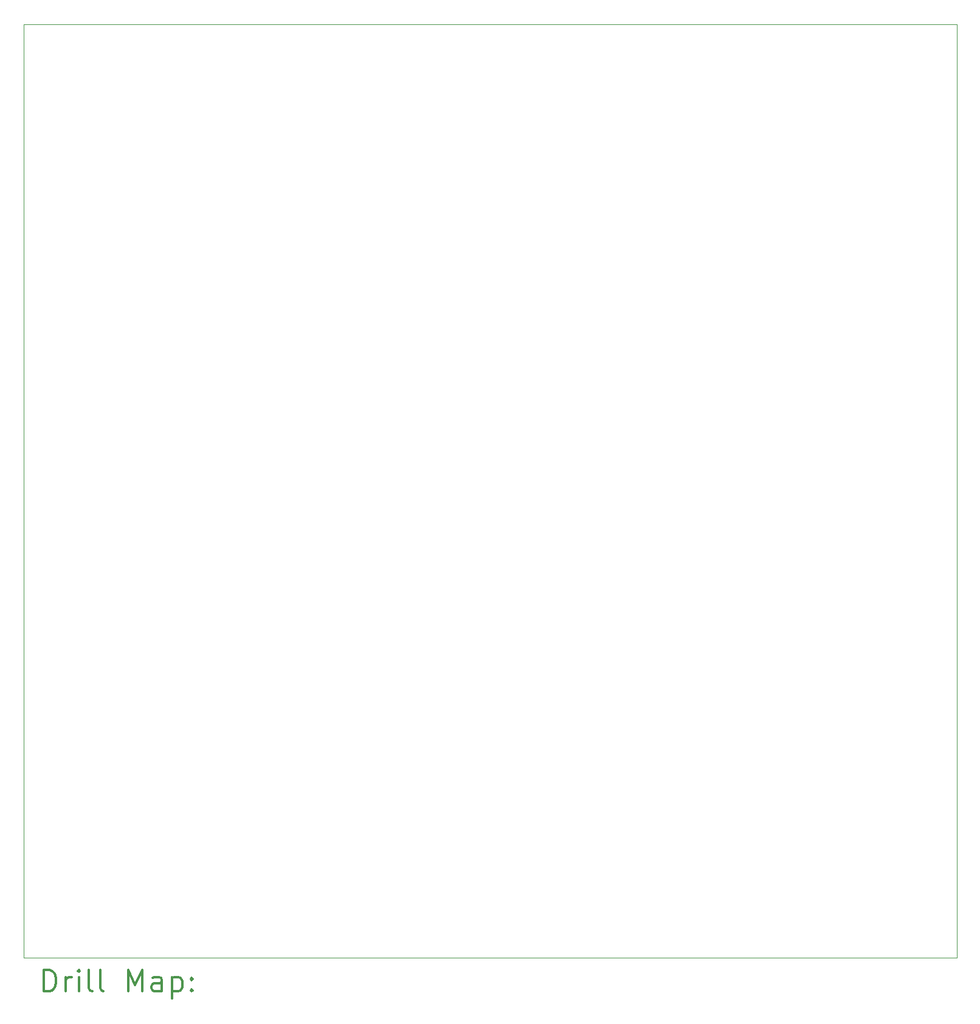
<source format=gbr>
%FSLAX45Y45*%
G04 Gerber Fmt 4.5, Leading zero omitted, Abs format (unit mm)*
G04 Created by KiCad (PCBNEW 5.1.10) date 2021-05-13 00:13:01*
%MOMM*%
%LPD*%
G01*
G04 APERTURE LIST*
%TA.AperFunction,Profile*%
%ADD10C,0.050000*%
%TD*%
%ADD11C,0.200000*%
%ADD12C,0.300000*%
G04 APERTURE END LIST*
D10*
X2742978Y-15405078D02*
X2740478Y-2407578D01*
X15737978Y-15405078D02*
X2742978Y-15405078D01*
X15737978Y-2407578D02*
X15737978Y-15405078D01*
X2740478Y-2407578D02*
X15737978Y-2407578D01*
D11*
D12*
X3024406Y-15873292D02*
X3024406Y-15573292D01*
X3095835Y-15573292D01*
X3138692Y-15587578D01*
X3167264Y-15616149D01*
X3181549Y-15644721D01*
X3195835Y-15701864D01*
X3195835Y-15744721D01*
X3181549Y-15801864D01*
X3167264Y-15830435D01*
X3138692Y-15859007D01*
X3095835Y-15873292D01*
X3024406Y-15873292D01*
X3324406Y-15873292D02*
X3324406Y-15673292D01*
X3324406Y-15730435D02*
X3338692Y-15701864D01*
X3352978Y-15687578D01*
X3381549Y-15673292D01*
X3410121Y-15673292D01*
X3510121Y-15873292D02*
X3510121Y-15673292D01*
X3510121Y-15573292D02*
X3495835Y-15587578D01*
X3510121Y-15601864D01*
X3524406Y-15587578D01*
X3510121Y-15573292D01*
X3510121Y-15601864D01*
X3695835Y-15873292D02*
X3667264Y-15859007D01*
X3652978Y-15830435D01*
X3652978Y-15573292D01*
X3852978Y-15873292D02*
X3824406Y-15859007D01*
X3810121Y-15830435D01*
X3810121Y-15573292D01*
X4195835Y-15873292D02*
X4195835Y-15573292D01*
X4295835Y-15787578D01*
X4395835Y-15573292D01*
X4395835Y-15873292D01*
X4667264Y-15873292D02*
X4667264Y-15716149D01*
X4652978Y-15687578D01*
X4624406Y-15673292D01*
X4567264Y-15673292D01*
X4538692Y-15687578D01*
X4667264Y-15859007D02*
X4638692Y-15873292D01*
X4567264Y-15873292D01*
X4538692Y-15859007D01*
X4524406Y-15830435D01*
X4524406Y-15801864D01*
X4538692Y-15773292D01*
X4567264Y-15759007D01*
X4638692Y-15759007D01*
X4667264Y-15744721D01*
X4810121Y-15673292D02*
X4810121Y-15973292D01*
X4810121Y-15687578D02*
X4838692Y-15673292D01*
X4895835Y-15673292D01*
X4924406Y-15687578D01*
X4938692Y-15701864D01*
X4952978Y-15730435D01*
X4952978Y-15816149D01*
X4938692Y-15844721D01*
X4924406Y-15859007D01*
X4895835Y-15873292D01*
X4838692Y-15873292D01*
X4810121Y-15859007D01*
X5081549Y-15844721D02*
X5095835Y-15859007D01*
X5081549Y-15873292D01*
X5067264Y-15859007D01*
X5081549Y-15844721D01*
X5081549Y-15873292D01*
X5081549Y-15687578D02*
X5095835Y-15701864D01*
X5081549Y-15716149D01*
X5067264Y-15701864D01*
X5081549Y-15687578D01*
X5081549Y-15716149D01*
M02*

</source>
